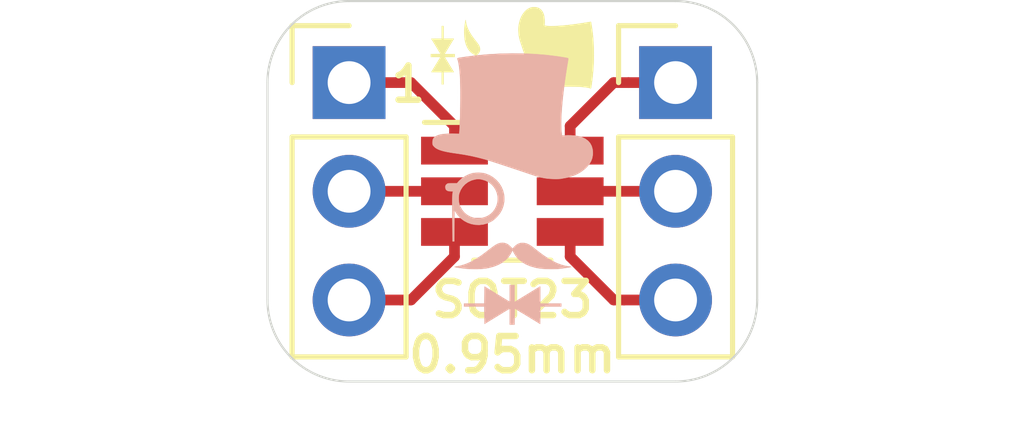
<source format=kicad_pcb>
(kicad_pcb (version 20171130) (host pcbnew "(5.1.2)-2")

  (general
    (thickness 1.6)
    (drawings 10)
    (tracks 18)
    (zones 0)
    (modules 5)
    (nets 7)
  )

  (page A4)
  (layers
    (0 F.Cu signal)
    (31 B.Cu signal)
    (32 B.Adhes user)
    (33 F.Adhes user)
    (34 B.Paste user)
    (35 F.Paste user)
    (36 B.SilkS user)
    (37 F.SilkS user)
    (38 B.Mask user)
    (39 F.Mask user)
    (40 Dwgs.User user)
    (41 Cmts.User user)
    (42 Eco1.User user)
    (43 Eco2.User user)
    (44 Edge.Cuts user)
    (45 Margin user)
    (46 B.CrtYd user)
    (47 F.CrtYd user)
    (48 B.Fab user)
    (49 F.Fab user)
  )

  (setup
    (last_trace_width 0.25)
    (trace_clearance 0.2)
    (zone_clearance 0.508)
    (zone_45_only no)
    (trace_min 0.2)
    (via_size 0.8)
    (via_drill 0.4)
    (via_min_size 0.4)
    (via_min_drill 0.3)
    (uvia_size 0.3)
    (uvia_drill 0.1)
    (uvias_allowed no)
    (uvia_min_size 0.2)
    (uvia_min_drill 0.1)
    (edge_width 0.05)
    (segment_width 0.2)
    (pcb_text_width 0.3)
    (pcb_text_size 1.5 1.5)
    (mod_edge_width 0.12)
    (mod_text_size 1 1)
    (mod_text_width 0.15)
    (pad_size 1.524 1.524)
    (pad_drill 0.762)
    (pad_to_mask_clearance 0.051)
    (solder_mask_min_width 0.25)
    (aux_axis_origin 0 0)
    (visible_elements FFFFFF7F)
    (pcbplotparams
      (layerselection 0x010f0_ffffffff)
      (usegerberextensions false)
      (usegerberattributes false)
      (usegerberadvancedattributes false)
      (creategerberjobfile false)
      (excludeedgelayer false)
      (linewidth 0.100000)
      (plotframeref false)
      (viasonmask false)
      (mode 1)
      (useauxorigin false)
      (hpglpennumber 1)
      (hpglpenspeed 20)
      (hpglpendiameter 15.000000)
      (psnegative false)
      (psa4output false)
      (plotreference true)
      (plotvalue false)
      (plotinvisibletext false)
      (padsonsilk false)
      (subtractmaskfromsilk false)
      (outputformat 1)
      (mirror false)
      (drillshape 0)
      (scaleselection 1)
      (outputdirectory "../../Gerbers/SOT23/"))
  )

  (net 0 "")
  (net 1 "Net-(J1-Pad3)")
  (net 2 "Net-(J1-Pad2)")
  (net 3 "Net-(J1-Pad1)")
  (net 4 "Net-(J2-Pad3)")
  (net 5 "Net-(J2-Pad2)")
  (net 6 "Net-(J2-Pad1)")

  (net_class Default "This is the default net class."
    (clearance 0.2)
    (trace_width 0.25)
    (via_dia 0.8)
    (via_drill 0.4)
    (uvia_dia 0.3)
    (uvia_drill 0.1)
    (add_net "Net-(J1-Pad1)")
    (add_net "Net-(J1-Pad2)")
    (add_net "Net-(J1-Pad3)")
    (add_net "Net-(J2-Pad1)")
    (add_net "Net-(J2-Pad2)")
    (add_net "Net-(J2-Pad3)")
  )

  (module logo:logo63x89 (layer B.Cu) (tedit 0) (tstamp 5D1E1C43)
    (at 158.75 96.4692 180)
    (fp_text reference G*** (at 0 0) (layer B.SilkS) hide
      (effects (font (size 1.524 1.524) (thickness 0.3)) (justify mirror))
    )
    (fp_text value LOGO (at 0.75 0) (layer B.SilkS) hide
      (effects (font (size 1.524 1.524) (thickness 0.3)) (justify mirror))
    )
    (fp_poly (pts (xy 0.294608 3.163061) (xy 0.571806 3.147075) (xy 0.845525 3.12179) (xy 1.112846 3.087234)
      (xy 1.1557 3.080712) (xy 1.205559 3.073027) (xy 1.240937 3.067267) (xy 1.26402 3.062384)
      (xy 1.276999 3.057331) (xy 1.28206 3.05106) (xy 1.281394 3.042525) (xy 1.277187 3.030677)
      (xy 1.274652 3.023788) (xy 1.26104 2.975414) (xy 1.248531 2.91085) (xy 1.237236 2.830812)
      (xy 1.227262 2.736013) (xy 1.223018 2.686005) (xy 1.218452 2.613652) (xy 1.214914 2.526733)
      (xy 1.212387 2.427586) (xy 1.210853 2.318547) (xy 1.210297 2.201952) (xy 1.210701 2.080137)
      (xy 1.212048 1.955439) (xy 1.214321 1.830193) (xy 1.217504 1.706737) (xy 1.221579 1.587406)
      (xy 1.226531 1.474536) (xy 1.232341 1.370465) (xy 1.232537 1.367366) (xy 1.237378 1.291166)
      (xy 1.389606 1.293975) (xy 1.494696 1.293609) (xy 1.584608 1.288254) (xy 1.660385 1.277783)
      (xy 1.723067 1.262072) (xy 1.755989 1.249565) (xy 1.802744 1.224372) (xy 1.834625 1.195291)
      (xy 1.853673 1.159268) (xy 1.861927 1.113251) (xy 1.862666 1.089911) (xy 1.86176 1.058721)
      (xy 1.857543 1.037582) (xy 1.847767 1.019644) (xy 1.833954 1.002437) (xy 1.805293 0.974383)
      (xy 1.769206 0.949262) (xy 1.724366 0.926655) (xy 1.669445 0.906139) (xy 1.603117 0.887293)
      (xy 1.524056 0.869697) (xy 1.430934 0.852929) (xy 1.322424 0.836569) (xy 1.302958 0.83388)
      (xy 1.134803 0.808425) (xy 0.976069 0.778909) (xy 0.819435 0.7438) (xy 0.657581 0.701565)
      (xy 0.618066 0.690459) (xy 0.589196 0.681835) (xy 0.546072 0.668389) (xy 0.49049 0.650709)
      (xy 0.42424 0.629383) (xy 0.349117 0.604999) (xy 0.266914 0.578144) (xy 0.179423 0.549409)
      (xy 0.088438 0.519379) (xy -0.004248 0.488643) (xy -0.096842 0.45779) (xy -0.187552 0.427408)
      (xy -0.274583 0.398084) (xy -0.311148 0.385703) (xy -0.396359 0.356954) (xy -0.467901 0.333229)
      (xy -0.528062 0.313876) (xy -0.579127 0.298245) (xy -0.623382 0.285683) (xy -0.663113 0.275541)
      (xy -0.700606 0.267166) (xy -0.738148 0.259907) (xy -0.7747 0.253655) (xy -0.826831 0.246959)
      (xy -0.887987 0.241974) (xy -0.953191 0.238851) (xy -1.017467 0.237737) (xy -1.075838 0.238783)
      (xy -1.123326 0.242138) (xy -1.130301 0.242994) (xy -1.268862 0.267698) (xy -1.394466 0.303136)
      (xy -1.507331 0.349409) (xy -1.607673 0.406613) (xy -1.695713 0.474848) (xy -1.739521 0.5177)
      (xy -1.796628 0.586461) (xy -1.837976 0.655473) (xy -1.864599 0.727169) (xy -1.87753 0.803983)
      (xy -1.879187 0.846667) (xy -1.872156 0.931089) (xy -1.851093 1.006044) (xy -1.816039 1.071479)
      (xy -1.767038 1.12734) (xy -1.704132 1.173574) (xy -1.627363 1.210127) (xy -1.57474 1.22737)
      (xy -1.515249 1.240471) (xy -1.444985 1.250129) (xy -1.36985 1.255855) (xy -1.295745 1.257161)
      (xy -1.24315 1.25485) (xy -1.161266 1.248521) (xy -1.156405 1.272826) (xy -1.146634 1.339587)
      (xy -1.140746 1.421782) (xy -1.13866 1.518384) (xy -1.140292 1.628364) (xy -1.145562 1.750694)
      (xy -1.154386 1.884346) (xy -1.166683 2.028293) (xy -1.18237 2.181505) (xy -1.201366 2.342956)
      (xy -1.223587 2.511616) (xy -1.248953 2.686459) (xy -1.27738 2.866455) (xy -1.289639 2.939955)
      (xy -1.297329 2.98647) (xy -1.302067 3.018943) (xy -1.303992 3.039982) (xy -1.303242 3.052193)
      (xy -1.299955 3.058185) (xy -1.296017 3.060135) (xy -1.279578 3.063759) (xy -1.249509 3.069312)
      (xy -1.208934 3.076274) (xy -1.160979 3.084127) (xy -1.108768 3.092349) (xy -1.055427 3.100421)
      (xy -1.0414 3.102484) (xy -0.790594 3.13343) (xy -0.52867 3.154932) (xy -0.258549 3.167018)
      (xy 0.01685 3.169718) (xy 0.294608 3.163061)) (layer B.SilkS) (width 0.01))
    (fp_poly (pts (xy 0.848142 0.381208) (xy 0.909974 0.374338) (xy 0.934034 0.369465) (xy 1.017983 0.342044)
      (xy 1.100067 0.301697) (xy 1.175818 0.2511) (xy 1.240767 0.192927) (xy 1.254901 0.177389)
      (xy 1.291166 0.135658) (xy 1.398983 0.135562) (xy 1.443468 0.135405) (xy 1.474472 0.134605)
      (xy 1.495444 0.13253) (xy 1.509835 0.128549) (xy 1.521097 0.12203) (xy 1.53268 0.11234)
      (xy 1.534449 0.110761) (xy 1.551614 0.093071) (xy 1.559753 0.075496) (xy 1.562058 0.050321)
      (xy 1.5621 0.043917) (xy 1.556852 0.006725) (xy 1.540371 -0.020557) (xy 1.511555 -0.038696)
      (xy 1.469297 -0.048458) (xy 1.425756 -0.050753) (xy 1.382547 -0.0508) (xy 1.392651 -0.091017)
      (xy 1.394827 -0.104575) (xy 1.396619 -0.127004) (xy 1.398036 -0.159252) (xy 1.399089 -0.202264)
      (xy 1.399787 -0.256988) (xy 1.400142 -0.32437) (xy 1.400161 -0.405357) (xy 1.399856 -0.500895)
      (xy 1.399237 -0.611932) (xy 1.3988 -0.675217) (xy 1.394844 -1.2192) (xy 1.354846 -1.2192)
      (xy 1.352639 -0.853017) (xy 1.350433 -0.486834) (xy 1.323709 -0.5334) (xy 1.268153 -0.614049)
      (xy 1.201861 -0.682866) (xy 1.126597 -0.739441) (xy 1.044125 -0.783366) (xy 0.95621 -0.814232)
      (xy 0.864614 -0.83163) (xy 0.771102 -0.835151) (xy 0.677439 -0.824386) (xy 0.585387 -0.798926)
      (xy 0.496711 -0.758362) (xy 0.457199 -0.734293) (xy 0.43476 -0.717239) (xy 0.405345 -0.691851)
      (xy 0.373526 -0.662177) (xy 0.354966 -0.643778) (xy 0.291916 -0.567767) (xy 0.243074 -0.483091)
      (xy 0.208964 -0.391057) (xy 0.190109 -0.292972) (xy 0.187074 -0.237045) (xy 0.338515 -0.237045)
      (xy 0.346999 -0.315719) (xy 0.369533 -0.393307) (xy 0.406698 -0.468082) (xy 0.453178 -0.5316)
      (xy 0.511858 -0.587115) (xy 0.580826 -0.630974) (xy 0.657284 -0.662271) (xy 0.738436 -0.680101)
      (xy 0.821485 -0.683557) (xy 0.893233 -0.674139) (xy 0.97638 -0.647672) (xy 1.051504 -0.606843)
      (xy 1.11731 -0.552828) (xy 1.172506 -0.486803) (xy 1.215799 -0.409943) (xy 1.233701 -0.364556)
      (xy 1.246135 -0.312566) (xy 1.252482 -0.251653) (xy 1.252591 -0.188644) (xy 1.246309 -0.130367)
      (xy 1.239559 -0.10102) (xy 1.207396 -0.020588) (xy 1.161425 0.051645) (xy 1.103414 0.114052)
      (xy 1.03513 0.165002) (xy 0.95834 0.202868) (xy 0.88724 0.223645) (xy 0.841123 0.232166)
      (xy 0.80434 0.235913) (xy 0.769985 0.234914) (xy 0.731153 0.229197) (xy 0.706966 0.224384)
      (xy 0.623897 0.199141) (xy 0.550244 0.16118) (xy 0.486587 0.112225) (xy 0.433505 0.054004)
      (xy 0.391578 -0.01176) (xy 0.361384 -0.08334) (xy 0.343504 -0.15901) (xy 0.338515 -0.237045)
      (xy 0.187074 -0.237045) (xy 0.186266 -0.222173) (xy 0.194445 -0.125221) (xy 0.218159 -0.032159)
      (xy 0.256171 0.055462) (xy 0.307244 0.136093) (xy 0.370142 0.208183) (xy 0.44363 0.270183)
      (xy 0.526469 0.320543) (xy 0.617425 0.357713) (xy 0.657911 0.369058) (xy 0.714914 0.378558)
      (xy 0.780723 0.382611) (xy 0.848142 0.381208)) (layer B.SilkS) (width 0.01))
    (fp_poly (pts (xy 0.277666 -1.259842) (xy 0.315987 -1.270149) (xy 0.340339 -1.278993) (xy 0.366514 -1.291478)
      (xy 0.396307 -1.308801) (xy 0.431509 -1.332163) (xy 0.473914 -1.362763) (xy 0.525314 -1.4018)
      (xy 0.587504 -1.450473) (xy 0.598126 -1.45888) (xy 0.728848 -1.556458) (xy 0.85485 -1.638332)
      (xy 0.975991 -1.70443) (xy 1.092127 -1.754679) (xy 1.203115 -1.789008) (xy 1.286187 -1.804708)
      (xy 1.317528 -1.809142) (xy 1.337997 -1.813029) (xy 1.346722 -1.816769) (xy 1.342832 -1.820765)
      (xy 1.325456 -1.825418) (xy 1.293721 -1.831128) (xy 1.246758 -1.838297) (xy 1.198033 -1.845295)
      (xy 1.074247 -1.859396) (xy 0.950036 -1.866991) (xy 0.828936 -1.868099) (xy 0.714487 -1.862739)
      (xy 0.610228 -1.850933) (xy 0.55862 -1.841721) (xy 0.440667 -1.81091) (xy 0.334383 -1.769725)
      (xy 0.240354 -1.718557) (xy 0.159163 -1.657792) (xy 0.091397 -1.587822) (xy 0.03764 -1.509035)
      (xy 0.026212 -1.487518) (xy -0.005006 -1.425377) (xy -0.028011 -1.472572) (xy -0.078998 -1.55819)
      (xy -0.143494 -1.633714) (xy -0.221328 -1.699032) (xy -0.31233 -1.754033) (xy -0.416331 -1.798603)
      (xy -0.533158 -1.832632) (xy -0.593607 -1.845163) (xy -0.654366 -1.853927) (xy -0.72725 -1.860692)
      (xy -0.807546 -1.865283) (xy -0.890545 -1.867526) (xy -0.971536 -1.867244) (xy -1.045807 -1.864264)
      (xy -1.066801 -1.862759) (xy -1.098101 -1.859681) (xy -1.137644 -1.854979) (xy -1.18225 -1.849124)
      (xy -1.228744 -1.842589) (xy -1.273947 -1.835846) (xy -1.314683 -1.829367) (xy -1.347774 -1.823625)
      (xy -1.370043 -1.819093) (xy -1.37817 -1.816474) (xy -1.371708 -1.814576) (xy -1.35252 -1.811726)
      (xy -1.324741 -1.808537) (xy -1.324373 -1.808499) (xy -1.231302 -1.79363) (xy -1.136422 -1.767618)
      (xy -1.03867 -1.729922) (xy -0.936985 -1.68) (xy -0.830304 -1.617311) (xy -0.717565 -1.541314)
      (xy -0.597705 -1.451466) (xy -0.550334 -1.413791) (xy -0.495945 -1.370673) (xy -0.451376 -1.337332)
      (xy -0.413971 -1.312099) (xy -0.381075 -1.293304) (xy -0.350029 -1.279275) (xy -0.319827 -1.26884)
      (xy -0.253545 -1.256661) (xy -0.190402 -1.261014) (xy -0.131226 -1.281656) (xy -0.076844 -1.318343)
      (xy -0.045611 -1.349367) (xy -0.006623 -1.393588) (xy 0.045372 -1.341637) (xy 0.083566 -1.30709)
      (xy 0.118925 -1.283687) (xy 0.146367 -1.271376) (xy 0.191459 -1.257917) (xy 0.233095 -1.254088)
      (xy 0.277666 -1.259842)) (layer B.SilkS) (width 0.01))
    (fp_poly (pts (xy 0.059266 -2.439106) (xy 0.059544 -2.494396) (xy 0.060322 -2.543378) (xy 0.06152 -2.583738)
      (xy 0.063058 -2.613161) (xy 0.064853 -2.629334) (xy 0.066003 -2.631722) (xy 0.074999 -2.626632)
      (xy 0.096134 -2.614093) (xy 0.1271 -2.595493) (xy 0.165591 -2.572217) (xy 0.2093 -2.545652)
      (xy 0.216287 -2.541394) (xy 0.274245 -2.506062) (xy 0.340354 -2.46576) (xy 0.408304 -2.424335)
      (xy 0.471786 -2.385633) (xy 0.503766 -2.366135) (xy 0.647699 -2.278382) (xy 0.649969 -2.476925)
      (xy 0.652239 -2.675467) (xy 1.126066 -2.675467) (xy 1.126066 -2.7432) (xy 0.652234 -2.7432)
      (xy 0.649967 -2.945489) (xy 0.647699 -3.147778) (xy 0.50722 -3.061906) (xy 0.45154 -3.027867)
      (xy 0.38731 -2.988597) (xy 0.320426 -2.9477) (xy 0.256782 -2.908781) (xy 0.217925 -2.885017)
      (xy 0.172985 -2.857671) (xy 0.133011 -2.833613) (xy 0.100222 -2.814155) (xy 0.076835 -2.800612)
      (xy 0.065069 -2.794296) (xy 0.064188 -2.794) (xy 0.062758 -2.802064) (xy 0.061492 -2.824644)
      (xy 0.060452 -2.859324) (xy 0.059704 -2.903687) (xy 0.05931 -2.955317) (xy 0.059266 -2.980267)
      (xy 0.059266 -3.166533) (xy -0.050483 -3.166533) (xy -0.052758 -2.976146) (xy -0.055034 -2.785759)
      (xy -0.14069 -2.839341) (xy -0.175231 -2.860812) (xy -0.205207 -2.879194) (xy -0.227316 -2.892477)
      (xy -0.238056 -2.89856) (xy -0.248122 -2.904332) (xy -0.270621 -2.91778) (xy -0.303571 -2.9377)
      (xy -0.344987 -2.962888) (xy -0.392885 -2.992139) (xy -0.445281 -3.024251) (xy -0.448734 -3.026371)
      (xy -0.6477 -3.148546) (xy -0.649968 -2.945873) (xy -0.652235 -2.7432) (xy -1.143001 -2.7432)
      (xy -1.143001 -2.675467) (xy -0.651934 -2.675467) (xy -0.651934 -2.4765) (xy -0.651794 -2.420486)
      (xy -0.651402 -2.370572) (xy -0.650798 -2.329099) (xy -0.650023 -2.298402) (xy -0.649116 -2.280822)
      (xy -0.648493 -2.277533) (xy -0.640429 -2.28172) (xy -0.620666 -2.293209) (xy -0.591907 -2.310399)
      (xy -0.556855 -2.331683) (xy -0.544777 -2.339082) (xy -0.500282 -2.366345) (xy -0.447084 -2.398868)
      (xy -0.390955 -2.433126) (xy -0.33767 -2.465592) (xy -0.321734 -2.475287) (xy -0.273836 -2.504453)
      (xy -0.224247 -2.534712) (xy -0.17765 -2.563203) (xy -0.138726 -2.587066) (xy -0.124884 -2.59558)
      (xy -0.0508 -2.641214) (xy -0.0508 -2.243667) (xy 0.059266 -2.243667) (xy 0.059266 -2.439106)) (layer B.SilkS) (width 0.01))
  )

  (module logo:logo38x53 (layer F.Cu) (tedit 0) (tstamp 5D1E1B46)
    (at 158.75 93.345 270)
    (fp_text reference G*** (at 0 0 90) (layer F.SilkS) hide
      (effects (font (size 1.524 1.524) (thickness 0.3)))
    )
    (fp_text value LOGO (at 0.75 0 90) (layer F.SilkS) hide
      (effects (font (size 1.524 1.524) (thickness 0.3)))
    )
    (fp_poly (pts (xy 0.176764 -1.897837) (xy 0.343083 -1.888246) (xy 0.507315 -1.873075) (xy 0.667708 -1.852341)
      (xy 0.69342 -1.848428) (xy 0.723335 -1.843817) (xy 0.744562 -1.840361) (xy 0.758412 -1.837431)
      (xy 0.766199 -1.834399) (xy 0.769236 -1.830637) (xy 0.768836 -1.825515) (xy 0.766312 -1.818407)
      (xy 0.764791 -1.814273) (xy 0.756624 -1.785249) (xy 0.749119 -1.746511) (xy 0.742341 -1.698488)
      (xy 0.736357 -1.641608) (xy 0.73381 -1.611604) (xy 0.731071 -1.568192) (xy 0.728948 -1.51604)
      (xy 0.727432 -1.456552) (xy 0.726512 -1.391129) (xy 0.726178 -1.321172) (xy 0.72642 -1.248083)
      (xy 0.727228 -1.173264) (xy 0.728592 -1.098116) (xy 0.730502 -1.024043) (xy 0.732947 -0.952444)
      (xy 0.735918 -0.884722) (xy 0.739404 -0.822279) (xy 0.739522 -0.82042) (xy 0.742427 -0.7747)
      (xy 0.833764 -0.776386) (xy 0.896818 -0.776166) (xy 0.950765 -0.772953) (xy 0.996231 -0.766671)
      (xy 1.03384 -0.757244) (xy 1.053593 -0.74974) (xy 1.081646 -0.734624) (xy 1.100775 -0.717175)
      (xy 1.112203 -0.695561) (xy 1.117156 -0.667951) (xy 1.1176 -0.653947) (xy 1.117056 -0.635233)
      (xy 1.114526 -0.62255) (xy 1.10866 -0.611787) (xy 1.100372 -0.601463) (xy 1.083176 -0.58463)
      (xy 1.061524 -0.569558) (xy 1.034619 -0.555993) (xy 1.001667 -0.543684) (xy 0.96187 -0.532377)
      (xy 0.914433 -0.521819) (xy 0.85856 -0.511758) (xy 0.793454 -0.501942) (xy 0.781775 -0.500329)
      (xy 0.680881 -0.485055) (xy 0.585641 -0.467346) (xy 0.491661 -0.446281) (xy 0.394549 -0.420939)
      (xy 0.37084 -0.414276) (xy 0.353517 -0.409102) (xy 0.327643 -0.401034) (xy 0.294294 -0.390426)
      (xy 0.254544 -0.37763) (xy 0.20947 -0.363) (xy 0.160148 -0.346887) (xy 0.107654 -0.329646)
      (xy 0.053063 -0.311628) (xy -0.002549 -0.293187) (xy -0.058106 -0.274675) (xy -0.112531 -0.256445)
      (xy -0.16475 -0.238851) (xy -0.186689 -0.231422) (xy -0.237815 -0.214173) (xy -0.280741 -0.199938)
      (xy -0.316837 -0.188326) (xy -0.347476 -0.178948) (xy -0.374029 -0.171411) (xy -0.397868 -0.165325)
      (xy -0.420364 -0.1603) (xy -0.442889 -0.155945) (xy -0.46482 -0.152193) (xy -0.496099 -0.148176)
      (xy -0.532792 -0.145185) (xy -0.571915 -0.143311) (xy -0.61048 -0.142643) (xy -0.645503 -0.143271)
      (xy -0.673996 -0.145283) (xy -0.67818 -0.145797) (xy -0.761317 -0.160619) (xy -0.83668 -0.181882)
      (xy -0.904399 -0.209646) (xy -0.964604 -0.243969) (xy -1.017428 -0.284909) (xy -1.043713 -0.310621)
      (xy -1.077977 -0.351877) (xy -1.102786 -0.393284) (xy -1.11876 -0.436302) (xy -1.126518 -0.482391)
      (xy -1.127512 -0.508) (xy -1.123294 -0.558654) (xy -1.110656 -0.603627) (xy -1.089624 -0.642888)
      (xy -1.060223 -0.676404) (xy -1.022479 -0.704145) (xy -0.976418 -0.726077) (xy -0.944844 -0.736423)
      (xy -0.90915 -0.744283) (xy -0.866991 -0.750078) (xy -0.82191 -0.753514) (xy -0.777447 -0.754297)
      (xy -0.74589 -0.752911) (xy -0.69676 -0.749113) (xy -0.693843 -0.763696) (xy -0.687981 -0.803753)
      (xy -0.684448 -0.85307) (xy -0.683196 -0.911031) (xy -0.684176 -0.977019) (xy -0.687337 -1.050417)
      (xy -0.692632 -1.130608) (xy -0.70001 -1.216976) (xy -0.709422 -1.308904) (xy -0.72082 -1.405774)
      (xy -0.734153 -1.50697) (xy -0.749372 -1.611876) (xy -0.766428 -1.719874) (xy -0.773784 -1.763974)
      (xy -0.778397 -1.791883) (xy -0.78124 -1.811366) (xy -0.782395 -1.82399) (xy -0.781945 -1.831317)
      (xy -0.779973 -1.834912) (xy -0.777611 -1.836081) (xy -0.767747 -1.838256) (xy -0.749706 -1.841588)
      (xy -0.725361 -1.845765) (xy -0.696588 -1.850477) (xy -0.665261 -1.85541) (xy -0.633256 -1.860253)
      (xy -0.62484 -1.861491) (xy -0.474356 -1.880058) (xy -0.317202 -1.89296) (xy -0.15513 -1.900211)
      (xy 0.01011 -1.901832) (xy 0.176764 -1.897837)) (layer F.SilkS) (width 0.01))
    (fp_poly (pts (xy 0.508885 -0.228725) (xy 0.545984 -0.224603) (xy 0.56042 -0.22168) (xy 0.610789 -0.205227)
      (xy 0.66004 -0.181019) (xy 0.705491 -0.150661) (xy 0.74446 -0.115757) (xy 0.752941 -0.106434)
      (xy 0.7747 -0.081395) (xy 0.839389 -0.081338) (xy 0.866081 -0.081244) (xy 0.884683 -0.080763)
      (xy 0.897266 -0.079519) (xy 0.905901 -0.07713) (xy 0.912658 -0.073218) (xy 0.919608 -0.067405)
      (xy 0.920669 -0.066457) (xy 0.930968 -0.055843) (xy 0.935852 -0.045298) (xy 0.937234 -0.030193)
      (xy 0.93726 -0.026351) (xy 0.934111 -0.004036) (xy 0.924223 0.012333) (xy 0.906933 0.023217)
      (xy 0.881578 0.029074) (xy 0.855454 0.030451) (xy 0.829528 0.03048) (xy 0.835591 0.05461)
      (xy 0.836896 0.062744) (xy 0.837971 0.076202) (xy 0.838821 0.095551) (xy 0.839453 0.121358)
      (xy 0.839872 0.154192) (xy 0.840085 0.194621) (xy 0.840096 0.243213) (xy 0.839914 0.300536)
      (xy 0.839542 0.367159) (xy 0.83928 0.40513) (xy 0.836906 0.73152) (xy 0.812907 0.73152)
      (xy 0.811583 0.51181) (xy 0.81026 0.2921) (xy 0.794225 0.32004) (xy 0.760891 0.368429)
      (xy 0.721116 0.409719) (xy 0.675958 0.443664) (xy 0.626475 0.470019) (xy 0.573726 0.488539)
      (xy 0.518768 0.498978) (xy 0.462661 0.50109) (xy 0.406463 0.494631) (xy 0.351232 0.479355)
      (xy 0.298027 0.455017) (xy 0.27432 0.440575) (xy 0.260856 0.430343) (xy 0.243207 0.41511)
      (xy 0.224116 0.397306) (xy 0.212979 0.386266) (xy 0.175149 0.34066) (xy 0.145844 0.289854)
      (xy 0.125378 0.234634) (xy 0.114065 0.175782) (xy 0.112245 0.142227) (xy 0.203109 0.142227)
      (xy 0.208199 0.189431) (xy 0.22172 0.235984) (xy 0.244019 0.280849) (xy 0.271906 0.318959)
      (xy 0.307115 0.352268) (xy 0.348495 0.378584) (xy 0.39437 0.397362) (xy 0.443061 0.40806)
      (xy 0.492891 0.410133) (xy 0.53594 0.404483) (xy 0.585828 0.388603) (xy 0.630902 0.364105)
      (xy 0.670386 0.331696) (xy 0.703504 0.292081) (xy 0.729479 0.245965) (xy 0.74022 0.218733)
      (xy 0.747681 0.187539) (xy 0.751489 0.150991) (xy 0.751554 0.113186) (xy 0.747785 0.078219)
      (xy 0.743735 0.060612) (xy 0.724437 0.012352) (xy 0.696855 -0.030988) (xy 0.662048 -0.068432)
      (xy 0.621078 -0.099002) (xy 0.575004 -0.121721) (xy 0.532344 -0.134187) (xy 0.504674 -0.1393)
      (xy 0.482604 -0.141548) (xy 0.461991 -0.140949) (xy 0.438692 -0.137519) (xy 0.42418 -0.134631)
      (xy 0.374338 -0.119485) (xy 0.330146 -0.096709) (xy 0.291952 -0.067336) (xy 0.260103 -0.032403)
      (xy 0.234947 0.007056) (xy 0.21683 0.050003) (xy 0.206102 0.095406) (xy 0.203109 0.142227)
      (xy 0.112245 0.142227) (xy 0.11176 0.133303) (xy 0.116667 0.075132) (xy 0.130895 0.019295)
      (xy 0.153702 -0.033278) (xy 0.184346 -0.081656) (xy 0.222085 -0.12491) (xy 0.266178 -0.162111)
      (xy 0.315881 -0.192327) (xy 0.370455 -0.214629) (xy 0.394747 -0.221436) (xy 0.428948 -0.227135)
      (xy 0.468434 -0.229567) (xy 0.508885 -0.228725)) (layer F.SilkS) (width 0.01))
    (fp_poly (pts (xy 0.166599 0.755905) (xy 0.189592 0.762089) (xy 0.204203 0.767395) (xy 0.219908 0.774886)
      (xy 0.237784 0.78528) (xy 0.258905 0.799297) (xy 0.284348 0.817657) (xy 0.315188 0.841079)
      (xy 0.352502 0.870283) (xy 0.358875 0.875327) (xy 0.437308 0.933874) (xy 0.51291 0.982999)
      (xy 0.585595 1.022657) (xy 0.655276 1.052807) (xy 0.721869 1.073404) (xy 0.771712 1.082824)
      (xy 0.790517 1.085485) (xy 0.802798 1.087817) (xy 0.808033 1.090061) (xy 0.805699 1.092459)
      (xy 0.795273 1.09525) (xy 0.776233 1.098676) (xy 0.748055 1.102977) (xy 0.71882 1.107177)
      (xy 0.644548 1.115637) (xy 0.570021 1.120194) (xy 0.497361 1.120859) (xy 0.428692 1.117643)
      (xy 0.366137 1.110559) (xy 0.335172 1.105032) (xy 0.2644 1.086545) (xy 0.20063 1.061835)
      (xy 0.144212 1.031133) (xy 0.095498 0.994675) (xy 0.054838 0.952693) (xy 0.022584 0.90542)
      (xy 0.015727 0.89251) (xy -0.003004 0.855226) (xy -0.016807 0.883543) (xy -0.047399 0.934913)
      (xy -0.086097 0.980228) (xy -0.132797 1.019419) (xy -0.187398 1.052419) (xy -0.249799 1.079161)
      (xy -0.319895 1.099579) (xy -0.356164 1.107097) (xy -0.39262 1.112355) (xy -0.43635 1.116414)
      (xy -0.484528 1.119169) (xy -0.534327 1.120515) (xy -0.582922 1.120346) (xy -0.627484 1.118558)
      (xy -0.64008 1.117655) (xy -0.658861 1.115808) (xy -0.682586 1.112987) (xy -0.70935 1.109474)
      (xy -0.737246 1.105553) (xy -0.764368 1.101507) (xy -0.78881 1.09762) (xy -0.808665 1.094175)
      (xy -0.822026 1.091455) (xy -0.826902 1.089884) (xy -0.823025 1.088745) (xy -0.811512 1.087035)
      (xy -0.794845 1.085122) (xy -0.794624 1.085099) (xy -0.738782 1.076177) (xy -0.681854 1.06057)
      (xy -0.623202 1.037952) (xy -0.562191 1.007999) (xy -0.498182 0.970386) (xy -0.430539 0.924788)
      (xy -0.358623 0.870879) (xy -0.3302 0.848274) (xy -0.297567 0.822403) (xy -0.270826 0.802399)
      (xy -0.248383 0.787259) (xy -0.228645 0.775982) (xy -0.210018 0.767564) (xy -0.191896 0.761303)
      (xy -0.152127 0.753996) (xy -0.114241 0.756608) (xy -0.078736 0.768993) (xy -0.046107 0.791005)
      (xy -0.027367 0.80962) (xy -0.003974 0.836152) (xy 0.027223 0.804981) (xy 0.050139 0.784254)
      (xy 0.071355 0.770212) (xy 0.08782 0.762825) (xy 0.114875 0.75475) (xy 0.139857 0.752452)
      (xy 0.166599 0.755905)) (layer F.SilkS) (width 0.01))
    (fp_poly (pts (xy 0.03556 1.463463) (xy 0.035726 1.496637) (xy 0.036193 1.526026) (xy 0.036912 1.550242)
      (xy 0.037834 1.567896) (xy 0.038912 1.5776) (xy 0.039602 1.579033) (xy 0.044999 1.575979)
      (xy 0.05768 1.568455) (xy 0.07626 1.557295) (xy 0.099355 1.543329) (xy 0.12558 1.52739)
      (xy 0.129772 1.524836) (xy 0.164547 1.503637) (xy 0.204212 1.479456) (xy 0.244982 1.454601)
      (xy 0.283071 1.431379) (xy 0.30226 1.419681) (xy 0.38862 1.367029) (xy 0.389981 1.486154)
      (xy 0.391343 1.60528) (xy 0.67564 1.60528) (xy 0.67564 1.64592) (xy 0.39134 1.64592)
      (xy 0.38862 1.888666) (xy 0.304332 1.837143) (xy 0.270924 1.81672) (xy 0.232386 1.793158)
      (xy 0.192255 1.768619) (xy 0.154069 1.745268) (xy 0.130755 1.73101) (xy 0.103791 1.714602)
      (xy 0.079807 1.700167) (xy 0.060133 1.688492) (xy 0.046101 1.680366) (xy 0.039041 1.676577)
      (xy 0.038513 1.6764) (xy 0.037655 1.681238) (xy 0.036895 1.694786) (xy 0.036271 1.715594)
      (xy 0.035822 1.742212) (xy 0.035586 1.77319) (xy 0.03556 1.78816) (xy 0.03556 1.89992)
      (xy -0.03029 1.89992) (xy -0.031655 1.785687) (xy -0.03302 1.671455) (xy -0.084414 1.703604)
      (xy -0.105139 1.716487) (xy -0.123125 1.727516) (xy -0.13639 1.735486) (xy -0.142834 1.739135)
      (xy -0.148873 1.742599) (xy -0.162373 1.750668) (xy -0.182143 1.762619) (xy -0.206993 1.777732)
      (xy -0.235731 1.795283) (xy -0.267169 1.81455) (xy -0.26924 1.815822) (xy -0.38862 1.889127)
      (xy -0.389981 1.767523) (xy -0.391341 1.64592) (xy -0.6858 1.64592) (xy -0.6858 1.60528)
      (xy -0.39116 1.60528) (xy -0.39116 1.4859) (xy -0.391077 1.452291) (xy -0.390841 1.422343)
      (xy -0.390479 1.397459) (xy -0.390014 1.379041) (xy -0.38947 1.368493) (xy -0.389096 1.36652)
      (xy -0.384257 1.369031) (xy -0.3724 1.375925) (xy -0.355144 1.386239) (xy -0.334113 1.399009)
      (xy -0.326866 1.403448) (xy -0.300169 1.419806) (xy -0.26825 1.43932) (xy -0.234573 1.459875)
      (xy -0.202602 1.479355) (xy -0.19304 1.485172) (xy -0.164302 1.502671) (xy -0.134548 1.520826)
      (xy -0.10659 1.537921) (xy -0.083236 1.552239) (xy -0.07493 1.557347) (xy -0.03048 1.584728)
      (xy -0.03048 1.3462) (xy 0.03556 1.3462) (xy 0.03556 1.463463)) (layer F.SilkS) (width 0.01))
  )

  (module Package_TO_SOT_SMD:SOT-23-6_Handsoldering (layer F.Cu) (tedit 5A02FF57) (tstamp 5D1DCDE4)
    (at 158.75 96.52)
    (descr "6-pin SOT-23 package, Handsoldering")
    (tags "SOT-23-6 Handsoldering")
    (path /5D1DC7E1)
    (attr smd)
    (fp_text reference SOT23 (at 0 -2.9) (layer F.SilkS) hide
      (effects (font (size 1 1) (thickness 0.15)))
    )
    (fp_text value Conn_02x03_Counter_Clockwise (at 0 2.9) (layer F.Fab)
      (effects (font (size 1 1) (thickness 0.15)))
    )
    (fp_line (start 0.9 -1.55) (end 0.9 1.55) (layer F.Fab) (width 0.1))
    (fp_line (start 0.9 1.55) (end -0.9 1.55) (layer F.Fab) (width 0.1))
    (fp_line (start -0.9 -0.9) (end -0.9 1.55) (layer F.Fab) (width 0.1))
    (fp_line (start 0.9 -1.55) (end -0.25 -1.55) (layer F.Fab) (width 0.1))
    (fp_line (start -0.9 -0.9) (end -0.25 -1.55) (layer F.Fab) (width 0.1))
    (fp_line (start -2.4 -1.8) (end 2.4 -1.8) (layer F.CrtYd) (width 0.05))
    (fp_line (start 2.4 -1.8) (end 2.4 1.8) (layer F.CrtYd) (width 0.05))
    (fp_line (start 2.4 1.8) (end -2.4 1.8) (layer F.CrtYd) (width 0.05))
    (fp_line (start -2.4 1.8) (end -2.4 -1.8) (layer F.CrtYd) (width 0.05))
    (fp_line (start 0.9 -1.61) (end -2.05 -1.61) (layer F.SilkS) (width 0.12))
    (fp_line (start -0.9 1.61) (end 0.9 1.61) (layer F.SilkS) (width 0.12))
    (fp_text user %R (at 0 0 90) (layer F.Fab)
      (effects (font (size 0.5 0.5) (thickness 0.075)))
    )
    (pad 5 smd rect (at 1.35 0) (size 1.56 0.65) (layers F.Cu F.Paste F.Mask)
      (net 2 "Net-(J1-Pad2)"))
    (pad 6 smd rect (at 1.35 -0.95) (size 1.56 0.65) (layers F.Cu F.Paste F.Mask)
      (net 3 "Net-(J1-Pad1)"))
    (pad 4 smd rect (at 1.35 0.95) (size 1.56 0.65) (layers F.Cu F.Paste F.Mask)
      (net 1 "Net-(J1-Pad3)"))
    (pad 3 smd rect (at -1.35 0.95) (size 1.56 0.65) (layers F.Cu F.Paste F.Mask)
      (net 4 "Net-(J2-Pad3)"))
    (pad 2 smd rect (at -1.35 0) (size 1.56 0.65) (layers F.Cu F.Paste F.Mask)
      (net 5 "Net-(J2-Pad2)"))
    (pad 1 smd rect (at -1.35 -0.95) (size 1.56 0.65) (layers F.Cu F.Paste F.Mask)
      (net 6 "Net-(J2-Pad1)"))
    (model ${KISYS3DMOD}/Package_TO_SOT_SMD.3dshapes/SOT-23-6.wrl
      (at (xyz 0 0 0))
      (scale (xyz 1 1 1))
      (rotate (xyz 0 0 0))
    )
  )

  (module Connector_PinHeader_2.54mm:PinHeader_1x03_P2.54mm_Vertical (layer F.Cu) (tedit 59FED5CC) (tstamp 5D1DCDCE)
    (at 154.94 93.98)
    (descr "Through hole straight pin header, 1x03, 2.54mm pitch, single row")
    (tags "Through hole pin header THT 1x03 2.54mm single row")
    (path /5D1DD0C5)
    (fp_text reference J2 (at 0 -2.33) (layer F.SilkS) hide
      (effects (font (size 1 1) (thickness 0.15)))
    )
    (fp_text value Conn_01x03 (at 0 7.41) (layer F.Fab)
      (effects (font (size 1 1) (thickness 0.15)))
    )
    (fp_text user %R (at 0 2.54 90) (layer F.Fab)
      (effects (font (size 1 1) (thickness 0.15)))
    )
    (fp_line (start 1.8 -1.8) (end -1.8 -1.8) (layer F.CrtYd) (width 0.05))
    (fp_line (start 1.8 6.85) (end 1.8 -1.8) (layer F.CrtYd) (width 0.05))
    (fp_line (start -1.8 6.85) (end 1.8 6.85) (layer F.CrtYd) (width 0.05))
    (fp_line (start -1.8 -1.8) (end -1.8 6.85) (layer F.CrtYd) (width 0.05))
    (fp_line (start -1.33 -1.33) (end 0 -1.33) (layer F.SilkS) (width 0.12))
    (fp_line (start -1.33 0) (end -1.33 -1.33) (layer F.SilkS) (width 0.12))
    (fp_line (start -1.33 1.27) (end 1.33 1.27) (layer F.SilkS) (width 0.12))
    (fp_line (start 1.33 1.27) (end 1.33 6.41) (layer F.SilkS) (width 0.12))
    (fp_line (start -1.33 1.27) (end -1.33 6.41) (layer F.SilkS) (width 0.12))
    (fp_line (start -1.33 6.41) (end 1.33 6.41) (layer F.SilkS) (width 0.12))
    (fp_line (start -1.27 -0.635) (end -0.635 -1.27) (layer F.Fab) (width 0.1))
    (fp_line (start -1.27 6.35) (end -1.27 -0.635) (layer F.Fab) (width 0.1))
    (fp_line (start 1.27 6.35) (end -1.27 6.35) (layer F.Fab) (width 0.1))
    (fp_line (start 1.27 -1.27) (end 1.27 6.35) (layer F.Fab) (width 0.1))
    (fp_line (start -0.635 -1.27) (end 1.27 -1.27) (layer F.Fab) (width 0.1))
    (pad 3 thru_hole oval (at 0 5.08) (size 1.7 1.7) (drill 1) (layers *.Cu *.Mask)
      (net 4 "Net-(J2-Pad3)"))
    (pad 2 thru_hole oval (at 0 2.54) (size 1.7 1.7) (drill 1) (layers *.Cu *.Mask)
      (net 5 "Net-(J2-Pad2)"))
    (pad 1 thru_hole rect (at 0 0) (size 1.7 1.7) (drill 1) (layers *.Cu *.Mask)
      (net 6 "Net-(J2-Pad1)"))
    (model ${KISYS3DMOD}/Connector_PinHeader_2.54mm.3dshapes/PinHeader_1x03_P2.54mm_Vertical.wrl
      (offset (xyz 0 0 -1.6))
      (scale (xyz 1 1 1))
      (rotate (xyz 0 180 0))
    )
  )

  (module Connector_PinHeader_2.54mm:PinHeader_1x03_P2.54mm_Vertical (layer F.Cu) (tedit 59FED5CC) (tstamp 5D1DCDB7)
    (at 162.56 93.98)
    (descr "Through hole straight pin header, 1x03, 2.54mm pitch, single row")
    (tags "Through hole pin header THT 1x03 2.54mm single row")
    (path /5D1DC59C)
    (fp_text reference J1 (at 0 -2.33) (layer F.SilkS) hide
      (effects (font (size 1 1) (thickness 0.15)))
    )
    (fp_text value Conn_01x03 (at 0 7.41) (layer F.Fab)
      (effects (font (size 1 1) (thickness 0.15)))
    )
    (fp_text user %R (at 0 2.54 90) (layer F.Fab)
      (effects (font (size 1 1) (thickness 0.15)))
    )
    (fp_line (start 1.8 -1.8) (end -1.8 -1.8) (layer F.CrtYd) (width 0.05))
    (fp_line (start 1.8 6.85) (end 1.8 -1.8) (layer F.CrtYd) (width 0.05))
    (fp_line (start -1.8 6.85) (end 1.8 6.85) (layer F.CrtYd) (width 0.05))
    (fp_line (start -1.8 -1.8) (end -1.8 6.85) (layer F.CrtYd) (width 0.05))
    (fp_line (start -1.33 -1.33) (end 0 -1.33) (layer F.SilkS) (width 0.12))
    (fp_line (start -1.33 0) (end -1.33 -1.33) (layer F.SilkS) (width 0.12))
    (fp_line (start -1.33 1.27) (end 1.33 1.27) (layer F.SilkS) (width 0.12))
    (fp_line (start 1.33 1.27) (end 1.33 6.41) (layer F.SilkS) (width 0.12))
    (fp_line (start -1.33 1.27) (end -1.33 6.41) (layer F.SilkS) (width 0.12))
    (fp_line (start -1.33 6.41) (end 1.33 6.41) (layer F.SilkS) (width 0.12))
    (fp_line (start -1.27 -0.635) (end -0.635 -1.27) (layer F.Fab) (width 0.1))
    (fp_line (start -1.27 6.35) (end -1.27 -0.635) (layer F.Fab) (width 0.1))
    (fp_line (start 1.27 6.35) (end -1.27 6.35) (layer F.Fab) (width 0.1))
    (fp_line (start 1.27 -1.27) (end 1.27 6.35) (layer F.Fab) (width 0.1))
    (fp_line (start -0.635 -1.27) (end 1.27 -1.27) (layer F.Fab) (width 0.1))
    (pad 3 thru_hole oval (at 0 5.08) (size 1.7 1.7) (drill 1) (layers *.Cu *.Mask)
      (net 1 "Net-(J1-Pad3)"))
    (pad 2 thru_hole oval (at 0 2.54) (size 1.7 1.7) (drill 1) (layers *.Cu *.Mask)
      (net 2 "Net-(J1-Pad2)"))
    (pad 1 thru_hole rect (at 0 0) (size 1.7 1.7) (drill 1) (layers *.Cu *.Mask)
      (net 3 "Net-(J1-Pad1)"))
    (model ${KISYS3DMOD}/Connector_PinHeader_2.54mm.3dshapes/PinHeader_1x03_P2.54mm_Vertical.wrl
      (offset (xyz 0 0 -1.6))
      (scale (xyz 1 1 1))
      (rotate (xyz 0 180 0))
    )
  )

  (gr_text 1 (at 156.3243 94.0181) (layer F.SilkS)
    (effects (font (size 0.8 0.8) (thickness 0.15)))
  )
  (gr_text "SOT23\n0.95mm" (at 158.75 99.695) (layer F.SilkS)
    (effects (font (size 0.8 0.8) (thickness 0.15)))
  )
  (gr_line (start 164.465 93.98) (end 164.465 99.06) (layer Edge.Cuts) (width 0.05) (tstamp 5D1E19F7))
  (gr_line (start 154.94 92.075) (end 162.56 92.075) (layer Edge.Cuts) (width 0.05) (tstamp 5D1E19F6))
  (gr_line (start 153.035 99.06) (end 153.035 93.98) (layer Edge.Cuts) (width 0.05) (tstamp 5D1E19F5))
  (gr_line (start 162.56 100.965) (end 154.94 100.965) (layer Edge.Cuts) (width 0.05) (tstamp 5D1E19F4))
  (gr_arc (start 162.56 99.06) (end 162.56 100.965) (angle -90) (layer Edge.Cuts) (width 0.05))
  (gr_arc (start 154.94 99.06) (end 153.035 99.06) (angle -90) (layer Edge.Cuts) (width 0.05))
  (gr_arc (start 154.94 93.98) (end 154.94 92.075) (angle -90) (layer Edge.Cuts) (width 0.05))
  (gr_arc (start 162.56 93.98) (end 164.465 93.98) (angle -90) (layer Edge.Cuts) (width 0.05))

  (segment (start 161.357919 99.06) (end 162.56 99.06) (width 0.25) (layer F.Cu) (net 1))
  (segment (start 161.115 99.06) (end 161.357919 99.06) (width 0.25) (layer F.Cu) (net 1))
  (segment (start 160.1 98.045) (end 161.115 99.06) (width 0.25) (layer F.Cu) (net 1))
  (segment (start 160.1 97.47) (end 160.1 98.045) (width 0.25) (layer F.Cu) (net 1))
  (segment (start 160.1 96.52) (end 162.56 96.52) (width 0.25) (layer F.Cu) (net 2))
  (segment (start 161.46 93.98) (end 162.56 93.98) (width 0.25) (layer F.Cu) (net 3))
  (segment (start 161.115 93.98) (end 161.46 93.98) (width 0.25) (layer F.Cu) (net 3))
  (segment (start 160.1 94.995) (end 161.115 93.98) (width 0.25) (layer F.Cu) (net 3))
  (segment (start 160.1 95.57) (end 160.1 94.995) (width 0.25) (layer F.Cu) (net 3))
  (segment (start 156.142081 99.06) (end 154.94 99.06) (width 0.25) (layer F.Cu) (net 4))
  (segment (start 156.385 99.06) (end 156.142081 99.06) (width 0.25) (layer F.Cu) (net 4))
  (segment (start 157.4 98.045) (end 156.385 99.06) (width 0.25) (layer F.Cu) (net 4))
  (segment (start 157.4 97.47) (end 157.4 98.045) (width 0.25) (layer F.Cu) (net 4))
  (segment (start 157.4 96.52) (end 154.94 96.52) (width 0.25) (layer F.Cu) (net 5))
  (segment (start 156.04 93.98) (end 154.94 93.98) (width 0.25) (layer F.Cu) (net 6))
  (segment (start 156.385 93.98) (end 156.04 93.98) (width 0.25) (layer F.Cu) (net 6))
  (segment (start 157.4 94.995) (end 156.385 93.98) (width 0.25) (layer F.Cu) (net 6))
  (segment (start 157.4 95.57) (end 157.4 94.995) (width 0.25) (layer F.Cu) (net 6))

)

</source>
